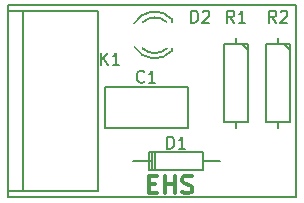
<source format=gbr>
G04 #@! TF.FileFunction,Legend,Top*
%FSLAX46Y46*%
G04 Gerber Fmt 4.6, Leading zero omitted, Abs format (unit mm)*
G04 Created by KiCad (PCBNEW 4.0.0-rc1-stable) date 30/11/2015 17:09:56*
%MOMM*%
G01*
G04 APERTURE LIST*
%ADD10C,0.100000*%
%ADD11C,0.150000*%
%ADD12C,0.300000*%
G04 APERTURE END LIST*
D10*
D11*
X151384000Y-104648000D02*
X127000000Y-104648000D01*
X151384000Y-88392000D02*
X151384000Y-104648000D01*
X127000000Y-88392000D02*
X151384000Y-88392000D01*
D12*
X138894572Y-103524857D02*
X139394572Y-103524857D01*
X139608858Y-104310571D02*
X138894572Y-104310571D01*
X138894572Y-102810571D01*
X139608858Y-102810571D01*
X140251715Y-104310571D02*
X140251715Y-102810571D01*
X140251715Y-103524857D02*
X141108858Y-103524857D01*
X141108858Y-104310571D02*
X141108858Y-102810571D01*
X141751715Y-104239143D02*
X141966001Y-104310571D01*
X142323144Y-104310571D01*
X142466001Y-104239143D01*
X142537430Y-104167714D01*
X142608858Y-104024857D01*
X142608858Y-103882000D01*
X142537430Y-103739143D01*
X142466001Y-103667714D01*
X142323144Y-103596286D01*
X142037430Y-103524857D01*
X141894572Y-103453429D01*
X141823144Y-103382000D01*
X141751715Y-103239143D01*
X141751715Y-103096286D01*
X141823144Y-102953429D01*
X141894572Y-102882000D01*
X142037430Y-102810571D01*
X142394572Y-102810571D01*
X142608858Y-102882000D01*
D11*
X127000000Y-104648000D02*
X127000000Y-88392000D01*
X142224000Y-98778000D02*
X135224000Y-98778000D01*
X135224000Y-98778000D02*
X135224000Y-95278000D01*
X135224000Y-95278000D02*
X142224000Y-95278000D01*
X142224000Y-95278000D02*
X142224000Y-98778000D01*
X143510520Y-101597460D02*
X144907520Y-101597460D01*
X139065520Y-101597460D02*
X137541520Y-101597460D01*
X139446520Y-100835460D02*
X139446520Y-102359460D01*
X139192520Y-100835460D02*
X139192520Y-102359460D01*
X138938520Y-101597460D02*
X138938520Y-102359460D01*
X138938520Y-102359460D02*
X143510520Y-102359460D01*
X143510520Y-102359460D02*
X143510520Y-100835460D01*
X143510520Y-100835460D02*
X138938520Y-100835460D01*
X138938520Y-100835460D02*
X138938520Y-101597460D01*
X140915000Y-89618000D02*
X140915000Y-89818000D01*
X140915000Y-92212000D02*
X140915000Y-92032000D01*
X137687256Y-91901643D02*
G75*
G03X140915000Y-92218000I1727744J1003643D01*
G01*
X138362994Y-92031068D02*
G75*
G03X140466000Y-92032000I1052006J1133068D01*
G01*
X140902220Y-89591274D02*
G75*
G03X137665000Y-89938000I-1497220J-1306726D01*
G01*
X140428889Y-89818747D02*
G75*
G03X138381000Y-89838000I-1013889J-1079253D01*
G01*
X127000000Y-88900000D02*
X134620000Y-88900000D01*
X127000000Y-104140000D02*
X134620000Y-104140000D01*
X128270000Y-88900000D02*
X128270000Y-104140000D01*
X134620000Y-88900000D02*
X134620000Y-104140000D01*
X127000000Y-88900000D02*
X127000000Y-104140000D01*
X146304000Y-91186000D02*
X146304000Y-91694000D01*
X146304000Y-98806000D02*
X146304000Y-98298000D01*
X146304000Y-98298000D02*
X147320000Y-98298000D01*
X147320000Y-98298000D02*
X147320000Y-91694000D01*
X147320000Y-91694000D02*
X145288000Y-91694000D01*
X145288000Y-91694000D02*
X145288000Y-98298000D01*
X145288000Y-98298000D02*
X146304000Y-98298000D01*
X146812000Y-91694000D02*
X147320000Y-92202000D01*
X149860000Y-91186000D02*
X149860000Y-91694000D01*
X149860000Y-98806000D02*
X149860000Y-98298000D01*
X149860000Y-98298000D02*
X150876000Y-98298000D01*
X150876000Y-98298000D02*
X150876000Y-91694000D01*
X150876000Y-91694000D02*
X148844000Y-91694000D01*
X148844000Y-91694000D02*
X148844000Y-98298000D01*
X148844000Y-98298000D02*
X149860000Y-98298000D01*
X150368000Y-91694000D02*
X150876000Y-92202000D01*
X138517334Y-94845143D02*
X138469715Y-94892762D01*
X138326858Y-94940381D01*
X138231620Y-94940381D01*
X138088762Y-94892762D01*
X137993524Y-94797524D01*
X137945905Y-94702286D01*
X137898286Y-94511810D01*
X137898286Y-94368952D01*
X137945905Y-94178476D01*
X137993524Y-94083238D01*
X138088762Y-93988000D01*
X138231620Y-93940381D01*
X138326858Y-93940381D01*
X138469715Y-93988000D01*
X138517334Y-94035619D01*
X139469715Y-94940381D02*
X138898286Y-94940381D01*
X139184000Y-94940381D02*
X139184000Y-93940381D01*
X139088762Y-94083238D01*
X138993524Y-94178476D01*
X138898286Y-94226095D01*
X140485905Y-100528381D02*
X140485905Y-99528381D01*
X140724000Y-99528381D01*
X140866858Y-99576000D01*
X140962096Y-99671238D01*
X141009715Y-99766476D01*
X141057334Y-99956952D01*
X141057334Y-100099810D01*
X141009715Y-100290286D01*
X140962096Y-100385524D01*
X140866858Y-100480762D01*
X140724000Y-100528381D01*
X140485905Y-100528381D01*
X142009715Y-100528381D02*
X141438286Y-100528381D01*
X141724000Y-100528381D02*
X141724000Y-99528381D01*
X141628762Y-99671238D01*
X141533524Y-99766476D01*
X141438286Y-99814095D01*
X142517905Y-89860381D02*
X142517905Y-88860381D01*
X142756000Y-88860381D01*
X142898858Y-88908000D01*
X142994096Y-89003238D01*
X143041715Y-89098476D01*
X143089334Y-89288952D01*
X143089334Y-89431810D01*
X143041715Y-89622286D01*
X142994096Y-89717524D01*
X142898858Y-89812762D01*
X142756000Y-89860381D01*
X142517905Y-89860381D01*
X143470286Y-88955619D02*
X143517905Y-88908000D01*
X143613143Y-88860381D01*
X143851239Y-88860381D01*
X143946477Y-88908000D01*
X143994096Y-88955619D01*
X144041715Y-89050857D01*
X144041715Y-89146095D01*
X143994096Y-89288952D01*
X143422667Y-89860381D01*
X144041715Y-89860381D01*
X134897905Y-93416381D02*
X134897905Y-92416381D01*
X135469334Y-93416381D02*
X135040762Y-92844952D01*
X135469334Y-92416381D02*
X134897905Y-92987810D01*
X136421715Y-93416381D02*
X135850286Y-93416381D01*
X136136000Y-93416381D02*
X136136000Y-92416381D01*
X136040762Y-92559238D01*
X135945524Y-92654476D01*
X135850286Y-92702095D01*
X146137334Y-89860381D02*
X145804000Y-89384190D01*
X145565905Y-89860381D02*
X145565905Y-88860381D01*
X145946858Y-88860381D01*
X146042096Y-88908000D01*
X146089715Y-88955619D01*
X146137334Y-89050857D01*
X146137334Y-89193714D01*
X146089715Y-89288952D01*
X146042096Y-89336571D01*
X145946858Y-89384190D01*
X145565905Y-89384190D01*
X147089715Y-89860381D02*
X146518286Y-89860381D01*
X146804000Y-89860381D02*
X146804000Y-88860381D01*
X146708762Y-89003238D01*
X146613524Y-89098476D01*
X146518286Y-89146095D01*
X149693334Y-89860381D02*
X149360000Y-89384190D01*
X149121905Y-89860381D02*
X149121905Y-88860381D01*
X149502858Y-88860381D01*
X149598096Y-88908000D01*
X149645715Y-88955619D01*
X149693334Y-89050857D01*
X149693334Y-89193714D01*
X149645715Y-89288952D01*
X149598096Y-89336571D01*
X149502858Y-89384190D01*
X149121905Y-89384190D01*
X150074286Y-88955619D02*
X150121905Y-88908000D01*
X150217143Y-88860381D01*
X150455239Y-88860381D01*
X150550477Y-88908000D01*
X150598096Y-88955619D01*
X150645715Y-89050857D01*
X150645715Y-89146095D01*
X150598096Y-89288952D01*
X150026667Y-89860381D01*
X150645715Y-89860381D01*
M02*

</source>
